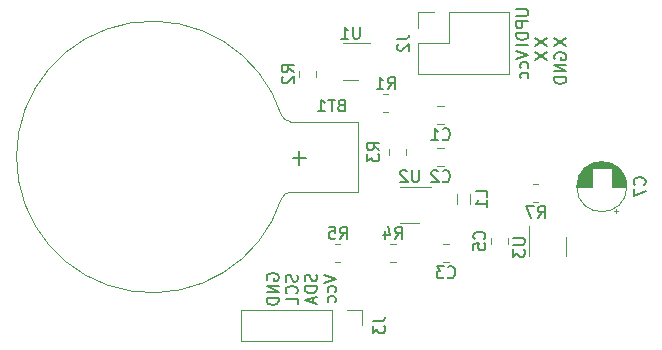
<source format=gbr>
%TF.GenerationSoftware,KiCad,Pcbnew,(6.0.1)*%
%TF.CreationDate,2022-03-15T19:27:33-04:00*%
%TF.ProjectId,Main-Board,4d61696e-2d42-46f6-9172-642e6b696361,rev?*%
%TF.SameCoordinates,Original*%
%TF.FileFunction,Legend,Bot*%
%TF.FilePolarity,Positive*%
%FSLAX46Y46*%
G04 Gerber Fmt 4.6, Leading zero omitted, Abs format (unit mm)*
G04 Created by KiCad (PCBNEW (6.0.1)) date 2022-03-15 19:27:33*
%MOMM*%
%LPD*%
G01*
G04 APERTURE LIST*
%ADD10C,0.150000*%
%ADD11C,0.120000*%
G04 APERTURE END LIST*
D10*
X143638380Y-104332738D02*
X144638380Y-104666071D01*
X143638380Y-104999404D01*
X144590761Y-105761309D02*
X144638380Y-105666071D01*
X144638380Y-105475595D01*
X144590761Y-105380357D01*
X144543142Y-105332738D01*
X144447904Y-105285119D01*
X144162190Y-105285119D01*
X144066952Y-105332738D01*
X144019333Y-105380357D01*
X143971714Y-105475595D01*
X143971714Y-105666071D01*
X144019333Y-105761309D01*
X144590761Y-106618452D02*
X144638380Y-106523214D01*
X144638380Y-106332738D01*
X144590761Y-106237500D01*
X144543142Y-106189880D01*
X144447904Y-106142261D01*
X144162190Y-106142261D01*
X144066952Y-106189880D01*
X144019333Y-106237500D01*
X143971714Y-106332738D01*
X143971714Y-106523214D01*
X144019333Y-106618452D01*
X145248380Y-104380357D02*
X146248380Y-105047023D01*
X145248380Y-105047023D02*
X146248380Y-104380357D01*
X146906000Y-104999404D02*
X146858380Y-104904166D01*
X146858380Y-104761309D01*
X146906000Y-104618452D01*
X147001238Y-104523214D01*
X147096476Y-104475595D01*
X147286952Y-104427976D01*
X147429809Y-104427976D01*
X147620285Y-104475595D01*
X147715523Y-104523214D01*
X147810761Y-104618452D01*
X147858380Y-104761309D01*
X147858380Y-104856547D01*
X147810761Y-104999404D01*
X147763142Y-105047023D01*
X147429809Y-105047023D01*
X147429809Y-104856547D01*
X147858380Y-105475595D02*
X146858380Y-105475595D01*
X147858380Y-106047023D01*
X146858380Y-106047023D01*
X147858380Y-106523214D02*
X146858380Y-106523214D01*
X146858380Y-106761309D01*
X146906000Y-106904166D01*
X147001238Y-106999404D01*
X147096476Y-107047023D01*
X147286952Y-107094642D01*
X147429809Y-107094642D01*
X147620285Y-107047023D01*
X147715523Y-106999404D01*
X147810761Y-106904166D01*
X147858380Y-106761309D01*
X147858380Y-106523214D01*
X143638380Y-100756785D02*
X144447904Y-100756785D01*
X144543142Y-100804404D01*
X144590761Y-100852023D01*
X144638380Y-100947261D01*
X144638380Y-101137738D01*
X144590761Y-101232976D01*
X144543142Y-101280595D01*
X144447904Y-101328214D01*
X143638380Y-101328214D01*
X144638380Y-101804404D02*
X143638380Y-101804404D01*
X143638380Y-102185357D01*
X143686000Y-102280595D01*
X143733619Y-102328214D01*
X143828857Y-102375833D01*
X143971714Y-102375833D01*
X144066952Y-102328214D01*
X144114571Y-102280595D01*
X144162190Y-102185357D01*
X144162190Y-101804404D01*
X144638380Y-102804404D02*
X143638380Y-102804404D01*
X143638380Y-103042500D01*
X143686000Y-103185357D01*
X143781238Y-103280595D01*
X143876476Y-103328214D01*
X144066952Y-103375833D01*
X144209809Y-103375833D01*
X144400285Y-103328214D01*
X144495523Y-103280595D01*
X144590761Y-103185357D01*
X144638380Y-103042500D01*
X144638380Y-102804404D01*
X144638380Y-103804404D02*
X143638380Y-103804404D01*
X145248380Y-103232976D02*
X146248380Y-103899642D01*
X145248380Y-103899642D02*
X146248380Y-103232976D01*
X146858380Y-103232976D02*
X147858380Y-103899642D01*
X146858380Y-103899642D02*
X147858380Y-103232976D01*
X122561000Y-123698095D02*
X122513380Y-123602857D01*
X122513380Y-123460000D01*
X122561000Y-123317142D01*
X122656238Y-123221904D01*
X122751476Y-123174285D01*
X122941952Y-123126666D01*
X123084809Y-123126666D01*
X123275285Y-123174285D01*
X123370523Y-123221904D01*
X123465761Y-123317142D01*
X123513380Y-123460000D01*
X123513380Y-123555238D01*
X123465761Y-123698095D01*
X123418142Y-123745714D01*
X123084809Y-123745714D01*
X123084809Y-123555238D01*
X123513380Y-124174285D02*
X122513380Y-124174285D01*
X123513380Y-124745714D01*
X122513380Y-124745714D01*
X123513380Y-125221904D02*
X122513380Y-125221904D01*
X122513380Y-125460000D01*
X122561000Y-125602857D01*
X122656238Y-125698095D01*
X122751476Y-125745714D01*
X122941952Y-125793333D01*
X123084809Y-125793333D01*
X123275285Y-125745714D01*
X123370523Y-125698095D01*
X123465761Y-125602857D01*
X123513380Y-125460000D01*
X123513380Y-125221904D01*
X125075761Y-123269523D02*
X125123380Y-123412380D01*
X125123380Y-123650476D01*
X125075761Y-123745714D01*
X125028142Y-123793333D01*
X124932904Y-123840952D01*
X124837666Y-123840952D01*
X124742428Y-123793333D01*
X124694809Y-123745714D01*
X124647190Y-123650476D01*
X124599571Y-123460000D01*
X124551952Y-123364761D01*
X124504333Y-123317142D01*
X124409095Y-123269523D01*
X124313857Y-123269523D01*
X124218619Y-123317142D01*
X124171000Y-123364761D01*
X124123380Y-123460000D01*
X124123380Y-123698095D01*
X124171000Y-123840952D01*
X125028142Y-124840952D02*
X125075761Y-124793333D01*
X125123380Y-124650476D01*
X125123380Y-124555238D01*
X125075761Y-124412380D01*
X124980523Y-124317142D01*
X124885285Y-124269523D01*
X124694809Y-124221904D01*
X124551952Y-124221904D01*
X124361476Y-124269523D01*
X124266238Y-124317142D01*
X124171000Y-124412380D01*
X124123380Y-124555238D01*
X124123380Y-124650476D01*
X124171000Y-124793333D01*
X124218619Y-124840952D01*
X125123380Y-125745714D02*
X125123380Y-125269523D01*
X124123380Y-125269523D01*
X126685761Y-123245714D02*
X126733380Y-123388571D01*
X126733380Y-123626666D01*
X126685761Y-123721904D01*
X126638142Y-123769523D01*
X126542904Y-123817142D01*
X126447666Y-123817142D01*
X126352428Y-123769523D01*
X126304809Y-123721904D01*
X126257190Y-123626666D01*
X126209571Y-123436190D01*
X126161952Y-123340952D01*
X126114333Y-123293333D01*
X126019095Y-123245714D01*
X125923857Y-123245714D01*
X125828619Y-123293333D01*
X125781000Y-123340952D01*
X125733380Y-123436190D01*
X125733380Y-123674285D01*
X125781000Y-123817142D01*
X126733380Y-124245714D02*
X125733380Y-124245714D01*
X125733380Y-124483809D01*
X125781000Y-124626666D01*
X125876238Y-124721904D01*
X125971476Y-124769523D01*
X126161952Y-124817142D01*
X126304809Y-124817142D01*
X126495285Y-124769523D01*
X126590523Y-124721904D01*
X126685761Y-124626666D01*
X126733380Y-124483809D01*
X126733380Y-124245714D01*
X126447666Y-125198095D02*
X126447666Y-125674285D01*
X126733380Y-125102857D02*
X125733380Y-125436190D01*
X126733380Y-125769523D01*
X127343380Y-123269523D02*
X128343380Y-123602857D01*
X127343380Y-123936190D01*
X128295761Y-124698095D02*
X128343380Y-124602857D01*
X128343380Y-124412380D01*
X128295761Y-124317142D01*
X128248142Y-124269523D01*
X128152904Y-124221904D01*
X127867190Y-124221904D01*
X127771952Y-124269523D01*
X127724333Y-124317142D01*
X127676714Y-124412380D01*
X127676714Y-124602857D01*
X127724333Y-124698095D01*
X128295761Y-125555238D02*
X128343380Y-125460000D01*
X128343380Y-125269523D01*
X128295761Y-125174285D01*
X128248142Y-125126666D01*
X128152904Y-125079047D01*
X127867190Y-125079047D01*
X127771952Y-125126666D01*
X127724333Y-125174285D01*
X127676714Y-125269523D01*
X127676714Y-125460000D01*
X127724333Y-125555238D01*
%TO.C,U2*%
X135381904Y-114400380D02*
X135381904Y-115209904D01*
X135334285Y-115305142D01*
X135286666Y-115352761D01*
X135191428Y-115400380D01*
X135000952Y-115400380D01*
X134905714Y-115352761D01*
X134858095Y-115305142D01*
X134810476Y-115209904D01*
X134810476Y-114400380D01*
X134381904Y-114495619D02*
X134334285Y-114448000D01*
X134239047Y-114400380D01*
X134000952Y-114400380D01*
X133905714Y-114448000D01*
X133858095Y-114495619D01*
X133810476Y-114590857D01*
X133810476Y-114686095D01*
X133858095Y-114828952D01*
X134429523Y-115400380D01*
X133810476Y-115400380D01*
%TO.C,U1*%
X130380404Y-102274380D02*
X130380404Y-103083904D01*
X130332785Y-103179142D01*
X130285166Y-103226761D01*
X130189928Y-103274380D01*
X129999452Y-103274380D01*
X129904214Y-103226761D01*
X129856595Y-103179142D01*
X129808976Y-103083904D01*
X129808976Y-102274380D01*
X128808976Y-103274380D02*
X129380404Y-103274380D01*
X129094690Y-103274380D02*
X129094690Y-102274380D01*
X129189928Y-102417238D01*
X129285166Y-102512476D01*
X129380404Y-102560095D01*
%TO.C,R1*%
X132754666Y-107514380D02*
X133088000Y-107038190D01*
X133326095Y-107514380D02*
X133326095Y-106514380D01*
X132945142Y-106514380D01*
X132849904Y-106562000D01*
X132802285Y-106609619D01*
X132754666Y-106704857D01*
X132754666Y-106847714D01*
X132802285Y-106942952D01*
X132849904Y-106990571D01*
X132945142Y-107038190D01*
X133326095Y-107038190D01*
X131802285Y-107514380D02*
X132373714Y-107514380D01*
X132088000Y-107514380D02*
X132088000Y-106514380D01*
X132183238Y-106657238D01*
X132278476Y-106752476D01*
X132373714Y-106800095D01*
%TO.C,R4*%
X133366166Y-120214380D02*
X133699500Y-119738190D01*
X133937595Y-120214380D02*
X133937595Y-119214380D01*
X133556642Y-119214380D01*
X133461404Y-119262000D01*
X133413785Y-119309619D01*
X133366166Y-119404857D01*
X133366166Y-119547714D01*
X133413785Y-119642952D01*
X133461404Y-119690571D01*
X133556642Y-119738190D01*
X133937595Y-119738190D01*
X132509023Y-119547714D02*
X132509023Y-120214380D01*
X132747119Y-119166761D02*
X132985214Y-119881047D01*
X132366166Y-119881047D01*
%TO.C,J2*%
X133564380Y-103298666D02*
X134278666Y-103298666D01*
X134421523Y-103251047D01*
X134516761Y-103155809D01*
X134564380Y-103012952D01*
X134564380Y-102917714D01*
X133659619Y-103727238D02*
X133612000Y-103774857D01*
X133564380Y-103870095D01*
X133564380Y-104108190D01*
X133612000Y-104203428D01*
X133659619Y-104251047D01*
X133754857Y-104298666D01*
X133850095Y-104298666D01*
X133992952Y-104251047D01*
X134564380Y-103679619D01*
X134564380Y-104298666D01*
%TO.C,BT1*%
X128801714Y-108912571D02*
X128658857Y-108960190D01*
X128611238Y-109007809D01*
X128563619Y-109103047D01*
X128563619Y-109245904D01*
X128611238Y-109341142D01*
X128658857Y-109388761D01*
X128754095Y-109436380D01*
X129135047Y-109436380D01*
X129135047Y-108436380D01*
X128801714Y-108436380D01*
X128706476Y-108484000D01*
X128658857Y-108531619D01*
X128611238Y-108626857D01*
X128611238Y-108722095D01*
X128658857Y-108817333D01*
X128706476Y-108864952D01*
X128801714Y-108912571D01*
X129135047Y-108912571D01*
X128277904Y-108436380D02*
X127706476Y-108436380D01*
X127992190Y-109436380D02*
X127992190Y-108436380D01*
X126849333Y-109436380D02*
X127420761Y-109436380D01*
X127135047Y-109436380D02*
X127135047Y-108436380D01*
X127230285Y-108579238D01*
X127325523Y-108674476D01*
X127420761Y-108722095D01*
X125837428Y-113391142D02*
X124694571Y-113391142D01*
X125266000Y-113962571D02*
X125266000Y-112819714D01*
%TO.C,C3*%
X137834666Y-123449142D02*
X137882285Y-123496761D01*
X138025142Y-123544380D01*
X138120380Y-123544380D01*
X138263238Y-123496761D01*
X138358476Y-123401523D01*
X138406095Y-123306285D01*
X138453714Y-123115809D01*
X138453714Y-122972952D01*
X138406095Y-122782476D01*
X138358476Y-122687238D01*
X138263238Y-122592000D01*
X138120380Y-122544380D01*
X138025142Y-122544380D01*
X137882285Y-122592000D01*
X137834666Y-122639619D01*
X137501333Y-122544380D02*
X136882285Y-122544380D01*
X137215619Y-122925333D01*
X137072761Y-122925333D01*
X136977523Y-122972952D01*
X136929904Y-123020571D01*
X136882285Y-123115809D01*
X136882285Y-123353904D01*
X136929904Y-123449142D01*
X136977523Y-123496761D01*
X137072761Y-123544380D01*
X137358476Y-123544380D01*
X137453714Y-123496761D01*
X137501333Y-123449142D01*
%TO.C,C1*%
X137392666Y-111765142D02*
X137440285Y-111812761D01*
X137583142Y-111860380D01*
X137678380Y-111860380D01*
X137821238Y-111812761D01*
X137916476Y-111717523D01*
X137964095Y-111622285D01*
X138011714Y-111431809D01*
X138011714Y-111288952D01*
X137964095Y-111098476D01*
X137916476Y-111003238D01*
X137821238Y-110908000D01*
X137678380Y-110860380D01*
X137583142Y-110860380D01*
X137440285Y-110908000D01*
X137392666Y-110955619D01*
X136440285Y-111860380D02*
X137011714Y-111860380D01*
X136726000Y-111860380D02*
X136726000Y-110860380D01*
X136821238Y-111003238D01*
X136916476Y-111098476D01*
X137011714Y-111146095D01*
%TO.C,C2*%
X137392666Y-115321142D02*
X137440285Y-115368761D01*
X137583142Y-115416380D01*
X137678380Y-115416380D01*
X137821238Y-115368761D01*
X137916476Y-115273523D01*
X137964095Y-115178285D01*
X138011714Y-114987809D01*
X138011714Y-114844952D01*
X137964095Y-114654476D01*
X137916476Y-114559238D01*
X137821238Y-114464000D01*
X137678380Y-114416380D01*
X137583142Y-114416380D01*
X137440285Y-114464000D01*
X137392666Y-114511619D01*
X137011714Y-114511619D02*
X136964095Y-114464000D01*
X136868857Y-114416380D01*
X136630761Y-114416380D01*
X136535523Y-114464000D01*
X136487904Y-114511619D01*
X136440285Y-114606857D01*
X136440285Y-114702095D01*
X136487904Y-114844952D01*
X137059333Y-115416380D01*
X136440285Y-115416380D01*
%TO.C,U3*%
X143356380Y-120142095D02*
X144165904Y-120142095D01*
X144261142Y-120189714D01*
X144308761Y-120237333D01*
X144356380Y-120332571D01*
X144356380Y-120523047D01*
X144308761Y-120618285D01*
X144261142Y-120665904D01*
X144165904Y-120713523D01*
X143356380Y-120713523D01*
X143356380Y-121094476D02*
X143356380Y-121713523D01*
X143737333Y-121380190D01*
X143737333Y-121523047D01*
X143784952Y-121618285D01*
X143832571Y-121665904D01*
X143927809Y-121713523D01*
X144165904Y-121713523D01*
X144261142Y-121665904D01*
X144308761Y-121618285D01*
X144356380Y-121523047D01*
X144356380Y-121237333D01*
X144308761Y-121142095D01*
X144261142Y-121094476D01*
%TO.C,R7*%
X145454666Y-118434380D02*
X145788000Y-117958190D01*
X146026095Y-118434380D02*
X146026095Y-117434380D01*
X145645142Y-117434380D01*
X145549904Y-117482000D01*
X145502285Y-117529619D01*
X145454666Y-117624857D01*
X145454666Y-117767714D01*
X145502285Y-117862952D01*
X145549904Y-117910571D01*
X145645142Y-117958190D01*
X146026095Y-117958190D01*
X145121333Y-117434380D02*
X144454666Y-117434380D01*
X144883238Y-118434380D01*
%TO.C,C7*%
X154483142Y-115629933D02*
X154530761Y-115582314D01*
X154578380Y-115439457D01*
X154578380Y-115344219D01*
X154530761Y-115201361D01*
X154435523Y-115106123D01*
X154340285Y-115058504D01*
X154149809Y-115010885D01*
X154006952Y-115010885D01*
X153816476Y-115058504D01*
X153721238Y-115106123D01*
X153626000Y-115201361D01*
X153578380Y-115344219D01*
X153578380Y-115439457D01*
X153626000Y-115582314D01*
X153673619Y-115629933D01*
X153578380Y-115963266D02*
X153578380Y-116629933D01*
X154578380Y-116201361D01*
%TO.C,R3*%
X132024380Y-112712833D02*
X131548190Y-112379500D01*
X132024380Y-112141404D02*
X131024380Y-112141404D01*
X131024380Y-112522357D01*
X131072000Y-112617595D01*
X131119619Y-112665214D01*
X131214857Y-112712833D01*
X131357714Y-112712833D01*
X131452952Y-112665214D01*
X131500571Y-112617595D01*
X131548190Y-112522357D01*
X131548190Y-112141404D01*
X131024380Y-113046166D02*
X131024380Y-113665214D01*
X131405333Y-113331880D01*
X131405333Y-113474738D01*
X131452952Y-113569976D01*
X131500571Y-113617595D01*
X131595809Y-113665214D01*
X131833904Y-113665214D01*
X131929142Y-113617595D01*
X131976761Y-113569976D01*
X132024380Y-113474738D01*
X132024380Y-113189023D01*
X131976761Y-113093785D01*
X131929142Y-113046166D01*
%TO.C,R2*%
X124786380Y-106108833D02*
X124310190Y-105775500D01*
X124786380Y-105537404D02*
X123786380Y-105537404D01*
X123786380Y-105918357D01*
X123834000Y-106013595D01*
X123881619Y-106061214D01*
X123976857Y-106108833D01*
X124119714Y-106108833D01*
X124214952Y-106061214D01*
X124262571Y-106013595D01*
X124310190Y-105918357D01*
X124310190Y-105537404D01*
X123881619Y-106489785D02*
X123834000Y-106537404D01*
X123786380Y-106632642D01*
X123786380Y-106870738D01*
X123834000Y-106965976D01*
X123881619Y-107013595D01*
X123976857Y-107061214D01*
X124072095Y-107061214D01*
X124214952Y-107013595D01*
X124786380Y-106442166D01*
X124786380Y-107061214D01*
%TO.C,R5*%
X128690666Y-120214380D02*
X129024000Y-119738190D01*
X129262095Y-120214380D02*
X129262095Y-119214380D01*
X128881142Y-119214380D01*
X128785904Y-119262000D01*
X128738285Y-119309619D01*
X128690666Y-119404857D01*
X128690666Y-119547714D01*
X128738285Y-119642952D01*
X128785904Y-119690571D01*
X128881142Y-119738190D01*
X129262095Y-119738190D01*
X127785904Y-119214380D02*
X128262095Y-119214380D01*
X128309714Y-119690571D01*
X128262095Y-119642952D01*
X128166857Y-119595333D01*
X127928761Y-119595333D01*
X127833523Y-119642952D01*
X127785904Y-119690571D01*
X127738285Y-119785809D01*
X127738285Y-120023904D01*
X127785904Y-120119142D01*
X127833523Y-120166761D01*
X127928761Y-120214380D01*
X128166857Y-120214380D01*
X128262095Y-120166761D01*
X128309714Y-120119142D01*
%TO.C,L1*%
X141194380Y-116673333D02*
X141194380Y-116197142D01*
X140194380Y-116197142D01*
X141194380Y-117530476D02*
X141194380Y-116959047D01*
X141194380Y-117244761D02*
X140194380Y-117244761D01*
X140337238Y-117149523D01*
X140432476Y-117054285D01*
X140480095Y-116959047D01*
%TO.C,J3*%
X131498380Y-127199666D02*
X132212666Y-127199666D01*
X132355523Y-127152047D01*
X132450761Y-127056809D01*
X132498380Y-126913952D01*
X132498380Y-126818714D01*
X131498380Y-127580619D02*
X131498380Y-128199666D01*
X131879333Y-127866333D01*
X131879333Y-128009190D01*
X131926952Y-128104428D01*
X131974571Y-128152047D01*
X132069809Y-128199666D01*
X132307904Y-128199666D01*
X132403142Y-128152047D01*
X132450761Y-128104428D01*
X132498380Y-128009190D01*
X132498380Y-127723476D01*
X132450761Y-127628238D01*
X132403142Y-127580619D01*
%TO.C,C5*%
X140917142Y-120229333D02*
X140964761Y-120181714D01*
X141012380Y-120038857D01*
X141012380Y-119943619D01*
X140964761Y-119800761D01*
X140869523Y-119705523D01*
X140774285Y-119657904D01*
X140583809Y-119610285D01*
X140440952Y-119610285D01*
X140250476Y-119657904D01*
X140155238Y-119705523D01*
X140060000Y-119800761D01*
X140012380Y-119943619D01*
X140012380Y-120038857D01*
X140060000Y-120181714D01*
X140107619Y-120229333D01*
X140012380Y-121134095D02*
X140012380Y-120657904D01*
X140488571Y-120610285D01*
X140440952Y-120657904D01*
X140393333Y-120753142D01*
X140393333Y-120991238D01*
X140440952Y-121086476D01*
X140488571Y-121134095D01*
X140583809Y-121181714D01*
X140821904Y-121181714D01*
X140917142Y-121134095D01*
X140964761Y-121086476D01*
X141012380Y-120991238D01*
X141012380Y-120753142D01*
X140964761Y-120657904D01*
X140917142Y-120610285D01*
D11*
%TO.C,U2*%
X134620000Y-118908000D02*
X133820000Y-118908000D01*
X134620000Y-118908000D02*
X135420000Y-118908000D01*
X134620000Y-115788000D02*
X133820000Y-115788000D01*
X134620000Y-115788000D02*
X136420000Y-115788000D01*
%TO.C,U1*%
X129618500Y-103662000D02*
X131293500Y-103662000D01*
X129618500Y-106782000D02*
X130268500Y-106782000D01*
X129618500Y-106782000D02*
X128968500Y-106782000D01*
X129618500Y-103662000D02*
X128968500Y-103662000D01*
%TO.C,R1*%
X132815064Y-107977000D02*
X132360936Y-107977000D01*
X132815064Y-109447000D02*
X132360936Y-109447000D01*
%TO.C,R4*%
X133426564Y-122147000D02*
X132972436Y-122147000D01*
X133426564Y-120677000D02*
X132972436Y-120677000D01*
%TO.C,J2*%
X135322000Y-106227000D02*
X143062000Y-106227000D01*
X137922000Y-103627000D02*
X135322000Y-103627000D01*
X135322000Y-101027000D02*
X135322000Y-102357000D01*
X143062000Y-101027000D02*
X143062000Y-106227000D01*
X136652000Y-101027000D02*
X135322000Y-101027000D01*
X135322000Y-103627000D02*
X135322000Y-106227000D01*
X137922000Y-101027000D02*
X143062000Y-101027000D01*
X137922000Y-101027000D02*
X137922000Y-103627000D01*
%TO.C,BT1*%
X130216000Y-116284000D02*
X130216000Y-110284000D01*
X130216000Y-116284000D02*
X124516000Y-116284000D01*
X130216000Y-110284000D02*
X124516000Y-110284000D01*
X124516000Y-116284000D02*
G75*
G03*
X123764246Y-116810384I-1J-799999D01*
G01*
X101320329Y-113238719D02*
G75*
G03*
X123766000Y-116784000I11495671J-45280D01*
G01*
X123764246Y-109757616D02*
G75*
G03*
X124516000Y-110284000I751753J273615D01*
G01*
X123766001Y-109784000D02*
G75*
G03*
X101320329Y-113329281I-10950000J-3500004D01*
G01*
%TO.C,C3*%
X137406748Y-120677000D02*
X137929252Y-120677000D01*
X137406748Y-122147000D02*
X137929252Y-122147000D01*
%TO.C,C1*%
X136964748Y-108993000D02*
X137487252Y-108993000D01*
X136964748Y-110463000D02*
X137487252Y-110463000D01*
%TO.C,C2*%
X136964748Y-114019000D02*
X137487252Y-114019000D01*
X136964748Y-112549000D02*
X137487252Y-112549000D01*
%TO.C,U3*%
X147864000Y-120904000D02*
X147864000Y-121704000D01*
X144744000Y-120904000D02*
X144744000Y-121704000D01*
X144744000Y-120904000D02*
X144744000Y-119104000D01*
X147864000Y-120904000D02*
X147864000Y-120104000D01*
%TO.C,R7*%
X145060936Y-115597000D02*
X145515064Y-115597000D01*
X145060936Y-117067000D02*
X145515064Y-117067000D01*
%TO.C,C7*%
X151246000Y-113715600D02*
X150506000Y-113715600D01*
X152071000Y-118066401D02*
X152071000Y-117666401D01*
X152428000Y-114395600D02*
X151716000Y-114395600D01*
X150036000Y-115476600D02*
X148820000Y-115476600D01*
X150036000Y-115756600D02*
X148796000Y-115756600D01*
X150036000Y-115636600D02*
X148802000Y-115636600D01*
X150036000Y-115116600D02*
X148908000Y-115116600D01*
X150036000Y-115396600D02*
X148834000Y-115396600D01*
X152783000Y-114955600D02*
X151716000Y-114955600D01*
X152272000Y-114235600D02*
X151716000Y-114235600D01*
X150036000Y-114995600D02*
X148952000Y-114995600D01*
X150036000Y-115035600D02*
X148936000Y-115035600D01*
X152271000Y-117866401D02*
X151871000Y-117866401D01*
X150036000Y-114715600D02*
X149091000Y-114715600D01*
X151816000Y-113915600D02*
X149936000Y-113915600D01*
X150036000Y-115196600D02*
X148882000Y-115196600D01*
X151644000Y-113835600D02*
X150108000Y-113835600D01*
X150036000Y-114915600D02*
X148987000Y-114915600D01*
X150036000Y-115156600D02*
X148894000Y-115156600D01*
X152844000Y-115116600D02*
X151716000Y-115116600D01*
X152830000Y-115075600D02*
X151716000Y-115075600D01*
X151540000Y-113795600D02*
X150212000Y-113795600D01*
X152892000Y-115276600D02*
X151716000Y-115276600D01*
X150036000Y-115075600D02*
X148922000Y-115075600D01*
X150036000Y-115796600D02*
X148796000Y-115796600D01*
X152661000Y-114715600D02*
X151716000Y-114715600D01*
X152314000Y-114275600D02*
X151716000Y-114275600D01*
X150036000Y-114515600D02*
X149226000Y-114515600D01*
X150036000Y-114435600D02*
X149289000Y-114435600D01*
X152918000Y-115396600D02*
X151716000Y-115396600D01*
X150036000Y-115356600D02*
X148842000Y-115356600D01*
X151956000Y-113995600D02*
X149796000Y-113995600D01*
X152938000Y-115516600D02*
X151716000Y-115516600D01*
X152495000Y-114475600D02*
X151716000Y-114475600D01*
X150036000Y-114835600D02*
X149025000Y-114835600D01*
X150036000Y-114275600D02*
X149438000Y-114275600D01*
X152870000Y-115196600D02*
X151716000Y-115196600D01*
X150036000Y-114555600D02*
X149196000Y-114555600D01*
X152727000Y-114835600D02*
X151716000Y-114835600D01*
X152956000Y-115756600D02*
X151716000Y-115756600D01*
X152816000Y-115035600D02*
X151716000Y-115035600D01*
X150036000Y-115596600D02*
X148805000Y-115596600D01*
X150036000Y-114755600D02*
X149068000Y-114755600D01*
X150036000Y-114635600D02*
X149141000Y-114635600D01*
X152684000Y-114755600D02*
X151716000Y-114755600D01*
X150036000Y-115676600D02*
X148799000Y-115676600D01*
X152926000Y-115436600D02*
X151716000Y-115436600D01*
X152463000Y-114435600D02*
X151716000Y-114435600D01*
X150036000Y-114595600D02*
X149168000Y-114595600D01*
X152180000Y-114155600D02*
X149572000Y-114155600D01*
X152910000Y-115356600D02*
X151716000Y-115356600D01*
X152392000Y-114355600D02*
X151716000Y-114355600D01*
X150036000Y-115716600D02*
X148797000Y-115716600D01*
X152800000Y-114995600D02*
X151716000Y-114995600D01*
X152130000Y-114115600D02*
X149622000Y-114115600D01*
X150036000Y-114675600D02*
X149116000Y-114675600D01*
X150036000Y-114795600D02*
X149046000Y-114795600D01*
X152611000Y-114635600D02*
X151716000Y-114635600D01*
X152746000Y-114875600D02*
X151716000Y-114875600D01*
X150036000Y-115556600D02*
X148809000Y-115556600D01*
X150036000Y-114315600D02*
X149398000Y-114315600D01*
X150036000Y-115316600D02*
X148851000Y-115316600D01*
X152953000Y-115676600D02*
X151716000Y-115676600D01*
X152556000Y-114555600D02*
X151716000Y-114555600D01*
X152881000Y-115236600D02*
X151716000Y-115236600D01*
X150036000Y-114955600D02*
X148969000Y-114955600D01*
X152901000Y-115316600D02*
X151716000Y-115316600D01*
X152956000Y-115796600D02*
X151716000Y-115796600D01*
X152706000Y-114795600D02*
X151716000Y-114795600D01*
X152947000Y-115596600D02*
X151716000Y-115596600D01*
X152018000Y-114035600D02*
X149734000Y-114035600D01*
X150036000Y-115516600D02*
X148814000Y-115516600D01*
X152526000Y-114515600D02*
X151716000Y-114515600D01*
X152584000Y-114595600D02*
X151716000Y-114595600D01*
X152227000Y-114195600D02*
X149525000Y-114195600D01*
X150036000Y-114875600D02*
X149006000Y-114875600D01*
X151889000Y-113955600D02*
X149863000Y-113955600D01*
X152950000Y-115636600D02*
X151716000Y-115636600D01*
X150036000Y-115276600D02*
X148860000Y-115276600D01*
X152932000Y-115476600D02*
X151716000Y-115476600D01*
X150036000Y-114475600D02*
X149257000Y-114475600D01*
X151735000Y-113875600D02*
X150017000Y-113875600D01*
X152636000Y-114675600D02*
X151716000Y-114675600D01*
X152858000Y-115156600D02*
X151716000Y-115156600D01*
X150036000Y-114395600D02*
X149324000Y-114395600D01*
X150036000Y-115236600D02*
X148871000Y-115236600D01*
X150036000Y-114235600D02*
X149480000Y-114235600D01*
X150036000Y-114355600D02*
X149360000Y-114355600D01*
X152354000Y-114315600D02*
X151716000Y-114315600D01*
X150036000Y-115436600D02*
X148826000Y-115436600D01*
X151413000Y-113755600D02*
X150339000Y-113755600D01*
X152943000Y-115556600D02*
X151716000Y-115556600D01*
X152076000Y-114075600D02*
X149676000Y-114075600D01*
X152955000Y-115716600D02*
X151716000Y-115716600D01*
X152765000Y-114915600D02*
X151716000Y-114915600D01*
X152996000Y-115796600D02*
G75*
G03*
X152996000Y-115796600I-2120000J0D01*
G01*
%TO.C,R3*%
X134339000Y-113106564D02*
X134339000Y-112652436D01*
X132869000Y-113106564D02*
X132869000Y-112652436D01*
%TO.C,R2*%
X125249000Y-106048436D02*
X125249000Y-106502564D01*
X126719000Y-106048436D02*
X126719000Y-106502564D01*
%TO.C,R5*%
X128751064Y-122147000D02*
X128296936Y-122147000D01*
X128751064Y-120677000D02*
X128296936Y-120677000D01*
%TO.C,L1*%
X138632000Y-117250242D02*
X138632000Y-116429758D01*
X139752000Y-117250242D02*
X139752000Y-116429758D01*
%TO.C,J3*%
X128006000Y-128863000D02*
X120326000Y-128863000D01*
X130606000Y-126203000D02*
X129276000Y-126203000D01*
X130606000Y-127533000D02*
X130606000Y-126203000D01*
X120326000Y-128863000D02*
X120326000Y-126203000D01*
X128006000Y-128863000D02*
X128006000Y-126203000D01*
X128006000Y-126203000D02*
X120326000Y-126203000D01*
%TO.C,C5*%
X142975000Y-120134748D02*
X142975000Y-120657252D01*
X141505000Y-120134748D02*
X141505000Y-120657252D01*
%TD*%
M02*

</source>
